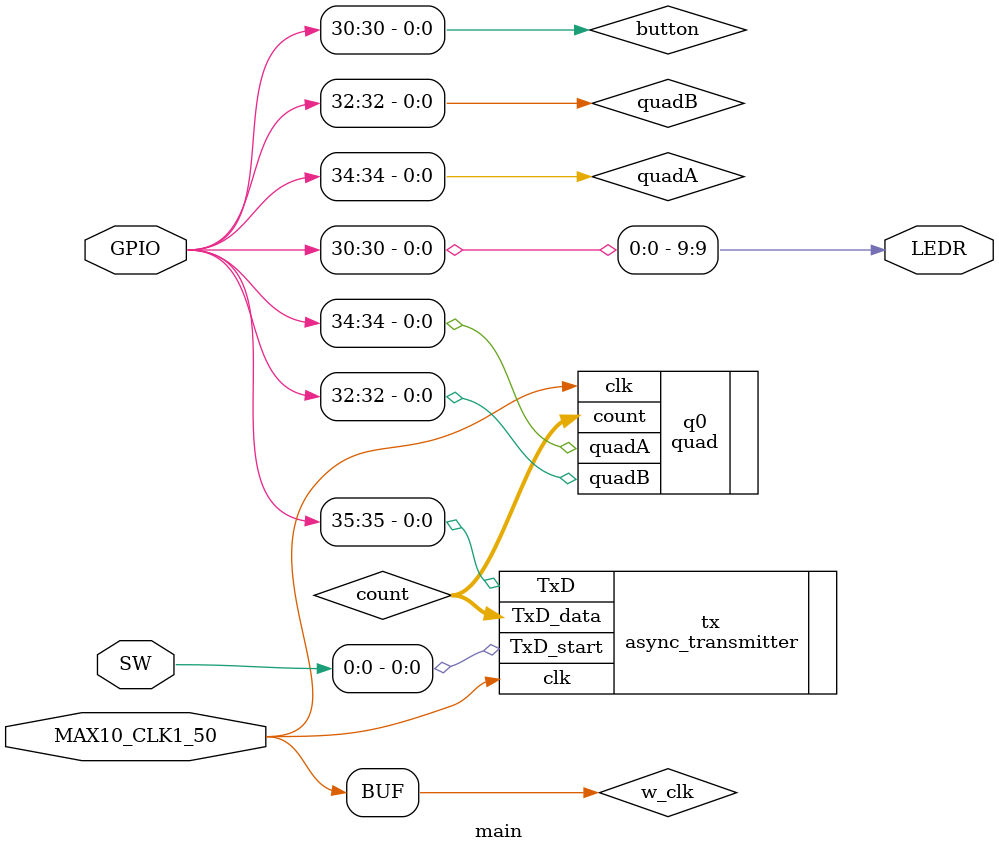
<source format=v>
module main(
	input		MAX10_CLK1_50,
	input 	[9:0] 	SW,
	output 	[9:0] 	LEDR,
	inout		[35:0]	GPIO
);
	wire w_clk = MAX10_CLK1_50;
	
	wire quadA, quadB, button;
	assign quadA = GPIO[34];
	assign quadB = GPIO[32];
	assign button = GPIO[30];
	
	wire [7:0] count;
	
	quad q0(.quadA(quadA), .quadB(quadB), .clk(w_clk), .count(count));
	
	async_transmitter tx(.clk(w_clk), .TxD(GPIO[35]), .TxD_start(SW[0]), .TxD_data(count));
	
	assign LEDR[9] = button;
endmodule

</source>
